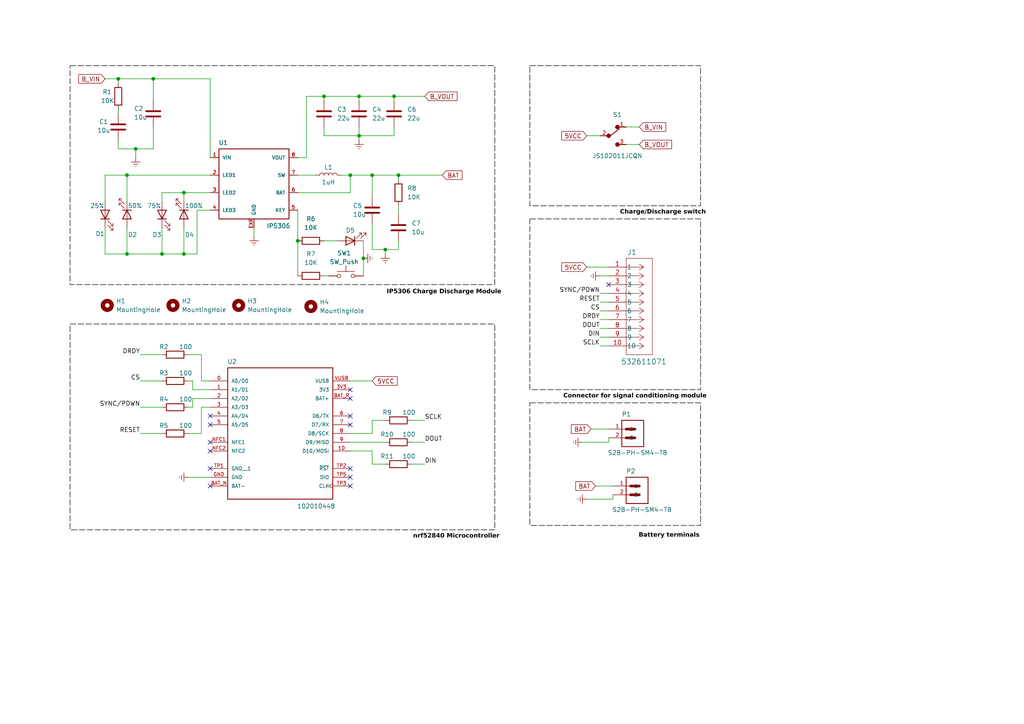
<source format=kicad_sch>
(kicad_sch (version 20231120) (generator "eeschema") (generator_version "8.0")
  (paper "A4")
  (lib_symbols
    (symbol "102010448:102010448" (pin_names (offset 1.016))
      (property "Reference" "U" (at -15.24 23.622 0))
      (property "Value" "102010448" (at 6.096 -17.78 0))
      (symbol "102010448_0_0"
        (rectangle (start -15.24 22.86) (end 15.24 -15.24) (stroke (width 0.254)))
        (pin bidirectional line (at -20.32 19.05 0) (length 5.08) (name "A0/D0") (number "0"))
        (pin bidirectional line (at -20.32 16.51 0) (length 5.08) (name "A1/D1") (number "1"))
        (pin bidirectional line (at 20.32 -1.27 180) (length 5.08) (name "D10/MOSI") (number "10"))
        (pin bidirectional line (at -20.32 13.97 0) (length 5.08) (name "A2/D2") (number "2"))
        (pin bidirectional line (at -20.32 11.43 0) (length 5.08) (name "A3/D3") (number "3"))
        (pin power_in line (at 20.32 16.51 180) (length 5.08) (name "3V3") (number "3V3"))
        (pin bidirectional line (at -20.32 8.89 0) (length 5.08) (name "A4/D4") (number "4"))
        (pin bidirectional line (at -20.32 6.35 0) (length 5.08) (name "A5/D5") (number "5"))
        (pin bidirectional line (at 20.32 8.89 180) (length 5.08) (name "D6/TX") (number "6"))
        (pin bidirectional line (at 20.32 6.35 180) (length 5.08) (name "D7/RX") (number "7"))
        (pin bidirectional line (at 20.32 3.81 180) (length 5.08) (name "D8/SCK") (number "8"))
        (pin bidirectional line (at 20.32 1.27 180) (length 5.08) (name "D9/MISO") (number "9"))
        (pin power_in line (at -20.32 -11.43 0) (length 5.08) (name "BAT-") (number "BAT_N"))
        (pin power_in line (at 20.32 13.97 180) (length 5.08) (name "BAT+") (number "BAT_P"))
        (pin power_in line (at -20.32 -8.89 0) (length 5.08) (name "GND") (number "GND"))
        (pin bidirectional line (at -20.32 1.27 0) (length 5.08) (name "NFC1") (number "NFC1"))
        (pin bidirectional line (at -20.32 -1.27 0) (length 5.08) (name "NFC2") (number "NFC2"))
        (pin power_in line (at -20.32 -6.35 0) (length 5.08) (name "GND__1") (number "TP1"))
        (pin input line (at 20.32 -6.35 180) (length 5.08) (name "~{RST}") (number "TP2"))
        (pin input clock (at 20.32 -11.43 180) (length 5.08) (name "CLK") (number "TP3"))
        (pin bidirectional line (at 20.32 -8.89 180) (length 5.08) (name "DIO") (number "TP5"))
        (pin power_in line (at 20.32 19.05 180) (length 5.08) (name "VUSB") (number "VUSB"))
      )
    )
    (symbol "CONN_532610001:532611071" (pin_names (offset 0.254))
      (property "Reference" "J" (at 8.89 6.35 0))
      (property "Value" "532611071" (at 0 0 0))
      (symbol "532611071_1_1"
        (polyline (pts (xy 5.08 -25.4) (xy 12.7 -25.4)) (stroke (width 0.127)))
        (polyline (pts (xy 5.08 2.54) (xy 5.08 -25.4)) (stroke (width 0.127)))
        (polyline (pts (xy 10.16 -22.86) (xy 5.08 -22.86)) (stroke (width 0.127)))
        (polyline (pts (xy 10.16 -22.86) (xy 8.89 -23.7067)) (stroke (width 0.127)))
        (polyline (pts (xy 10.16 -22.86) (xy 8.89 -22.0133)) (stroke (width 0.127)))
        (polyline (pts (xy 10.16 -20.32) (xy 5.08 -20.32)) (stroke (width 0.127)))
        (polyline (pts (xy 10.16 -20.32) (xy 8.89 -21.1667)) (stroke (width 0.127)))
        (polyline (pts (xy 10.16 -20.32) (xy 8.89 -19.4733)) (stroke (width 0.127)))
        (polyline (pts (xy 10.16 -17.78) (xy 5.08 -17.78)) (stroke (width 0.127)))
        (polyline (pts (xy 10.16 -17.78) (xy 8.89 -18.6267)) (stroke (width 0.127)))
        (polyline (pts (xy 10.16 -17.78) (xy 8.89 -16.9333)) (stroke (width 0.127)))
        (polyline (pts (xy 10.16 -15.24) (xy 5.08 -15.24)) (stroke (width 0.127)))
        (polyline (pts (xy 10.16 -15.24) (xy 8.89 -16.0867)) (stroke (width 0.127)))
        (polyline (pts (xy 10.16 -15.24) (xy 8.89 -14.3933)) (stroke (width 0.127)))
        (polyline (pts (xy 10.16 -12.7) (xy 5.08 -12.7)) (stroke (width 0.127)))
        (polyline (pts (xy 10.16 -12.7) (xy 8.89 -13.5467)) (stroke (width 0.127)))
        (polyline (pts (xy 10.16 -12.7) (xy 8.89 -11.8533)) (stroke (width 0.127)))
        (polyline (pts (xy 10.16 -10.16) (xy 5.08 -10.16)) (stroke (width 0.127)))
        (polyline (pts (xy 10.16 -10.16) (xy 8.89 -11.0067)) (stroke (width 0.127)))
        (polyline (pts (xy 10.16 -10.16) (xy 8.89 -9.3133)) (stroke (width 0.127)))
        (polyline (pts (xy 10.16 -7.62) (xy 5.08 -7.62)) (stroke (width 0.127)))
        (polyline (pts (xy 10.16 -7.62) (xy 8.89 -8.4667)) (stroke (width 0.127)))
        (polyline (pts (xy 10.16 -7.62) (xy 8.89 -6.7733)) (stroke (width 0.127)))
        (polyline (pts (xy 10.16 -5.08) (xy 5.08 -5.08)) (stroke (width 0.127)))
        (polyline (pts (xy 10.16 -5.08) (xy 8.89 -5.9267)) (stroke (width 0.127)))
        (polyline (pts (xy 10.16 -5.08) (xy 8.89 -4.2333)) (stroke (width 0.127)))
        (polyline (pts (xy 10.16 -2.54) (xy 5.08 -2.54)) (stroke (width 0.127)))
        (polyline (pts (xy 10.16 -2.54) (xy 8.89 -3.3867)) (stroke (width 0.127)))
        (polyline (pts (xy 10.16 -2.54) (xy 8.89 -1.6933)) (stroke (width 0.127)))
        (polyline (pts (xy 10.16 0) (xy 5.08 0)) (stroke (width 0.127)))
        (polyline (pts (xy 10.16 0) (xy 8.89 -0.8467)) (stroke (width 0.127)))
        (polyline (pts (xy 10.16 0) (xy 8.89 0.8467)) (stroke (width 0.127)))
        (polyline (pts (xy 12.7 -25.4) (xy 12.7 2.54)) (stroke (width 0.127)))
        (polyline (pts (xy 12.7 2.54) (xy 5.08 2.54)) (stroke (width 0.127)))
        (pin unspecified line (at 0 0 0) (length 5.08) (name "1") (number "1"))
        (pin unspecified line (at 0 -22.86 0) (length 5.08) (name "10") (number "10"))
        (pin unspecified line (at 0 -2.54 0) (length 5.08) (name "2") (number "2"))
        (pin unspecified line (at 0 -5.08 0) (length 5.08) (name "3") (number "3"))
        (pin unspecified line (at 0 -7.62 0) (length 5.08) (name "4") (number "4"))
        (pin unspecified line (at 0 -10.16 0) (length 5.08) (name "5") (number "5"))
        (pin unspecified line (at 0 -12.7 0) (length 5.08) (name "6") (number "6"))
        (pin unspecified line (at 0 -15.24 0) (length 5.08) (name "7") (number "7"))
        (pin unspecified line (at 0 -17.78 0) (length 5.08) (name "8") (number "8"))
        (pin unspecified line (at 0 -20.32 0) (length 5.08) (name "9") (number "9"))
      )
      (symbol "532611071_1_2"
        (polyline (pts (xy 5.08 -25.4) (xy 12.7 -25.4)) (stroke (width 0.127)))
        (polyline (pts (xy 5.08 2.54) (xy 5.08 -25.4)) (stroke (width 0.127)))
        (polyline (pts (xy 7.62 -22.86) (xy 5.08 -22.86)) (stroke (width 0.127)))
        (polyline (pts (xy 7.62 -22.86) (xy 8.89 -23.7067)) (stroke (width 0.127)))
        (polyline (pts (xy 7.62 -22.86) (xy 8.89 -22.0133)) (stroke (width 0.127)))
        (polyline (pts (xy 7.62 -20.32) (xy 5.08 -20.32)) (stroke (width 0.127)))
        (polyline (pts (xy 7.62 -20.32) (xy 8.89 -21.1667)) (stroke (width 0.127)))
        (polyline (pts (xy 7.62 -20.32) (xy 8.89 -19.4733)) (stroke (width 0.127)))
        (polyline (pts (xy 7.62 -17.78) (xy 5.08 -17.78)) (stroke (width 0.127)))
        (polyline (pts (xy 7.62 -17.78) (xy 8.89 -18.6267)) (stroke (width 0.127)))
        (polyline (pts (xy 7.62 -17.78) (xy 8.89 -16.9333)) (stroke (width 0.127)))
        (polyline (pts (xy 7.62 -15.24) (xy 5.08 -15.24)) (stroke (width 0.127)))
        (polyline (pts (xy 7.62 -15.24) (xy 8.89 -16.0867)) (stroke (width 0.127)))
        (polyline (pts (xy 7.62 -15.24) (xy 8.89 -14.3933)) (stroke (width 0.127)))
        (polyline (pts (xy 7.62 -12.7) (xy 5.08 -12.7)) (stroke (width 0.127)))
        (polyline (pts (xy 7.62 -12.7) (xy 8.89 -13.5467)) (stroke (width 0.127)))
        (polyline (pts (xy 7.62 -12.7) (xy 8.89 -11.8533)) (stroke (width 0.127)))
        (polyline (pts (xy 7.62 -10.16) (xy 5.08 -10.16)) (stroke (width 0.127)))
        (polyline (pts (xy 7.62 -10.16) (xy 8.89 -11.0067)) (stroke (width 0.127)))
        (polyline (pts (xy 7.62 -10.16) (xy 8.89 -9.3133)) (stroke (width 0.127)))
        (polyline (pts (xy 7.62 -7.62) (xy 5.08 -7.62)) (stroke (width 0.127)))
        (polyline (pts (xy 7.62 -7.62) (xy 8.89 -8.4667)) (stroke (width 0.127)))
        (polyline (pts (xy 7.62 -7.62) (xy 8.89 -6.7733)) (stroke (width 0.127)))
        (polyline (pts (xy 7.62 -5.08) (xy 5.08 -5.08)) (stroke (width 0.127)))
        (polyline (pts (xy 7.62 -5.08) (xy 8.89 -5.9267)) (stroke (width 0.127)))
        (polyline (pts (xy 7.62 -5.08) (xy 8.89 -4.2333)) (stroke (width 0.127)))
        (polyline (pts (xy 7.62 -2.54) (xy 5.08 -2.54)) (stroke (width 0.127)))
        (polyline (pts (xy 7.62 -2.54) (xy 8.89 -3.3867)) (stroke (width 0.127)))
        (polyline (pts (xy 7.62 -2.54) (xy 8.89 -1.6933)) (stroke (width 0.127)))
        (polyline (pts (xy 7.62 0) (xy 5.08 0)) (stroke (width 0.127)))
        (polyline (pts (xy 7.62 0) (xy 8.89 -0.8467)) (stroke (width 0.127)))
        (polyline (pts (xy 7.62 0) (xy 8.89 0.8467)) (stroke (width 0.127)))
        (polyline (pts (xy 12.7 -25.4) (xy 12.7 2.54)) (stroke (width 0.127)))
        (polyline (pts (xy 12.7 2.54) (xy 5.08 2.54)) (stroke (width 0.127)))
        (pin unspecified line (at 0 0 0) (length 5.08) (name "1") (number "1"))
        (pin unspecified line (at 0 -22.86 0) (length 5.08) (name "10") (number "10"))
        (pin unspecified line (at 0 -2.54 0) (length 5.08) (name "2") (number "2"))
        (pin unspecified line (at 0 -5.08 0) (length 5.08) (name "3") (number "3"))
        (pin unspecified line (at 0 -7.62 0) (length 5.08) (name "4") (number "4"))
        (pin unspecified line (at 0 -10.16 0) (length 5.08) (name "5") (number "5"))
        (pin unspecified line (at 0 -12.7 0) (length 5.08) (name "6") (number "6"))
        (pin unspecified line (at 0 -15.24 0) (length 5.08) (name "7") (number "7"))
        (pin unspecified line (at 0 -17.78 0) (length 5.08) (name "8") (number "8"))
        (pin unspecified line (at 0 -20.32 0) (length 5.08) (name "9") (number "9"))
      )
    )
    (symbol "Device:C" (pin_numbers hide) (pin_names (offset 0.254))
      (property "Reference" "C" (at 0.635 2.54 0))
      (property "Value" "C" (at 0.635 -2.54 0))
      (symbol "C_0_1"
        (polyline (pts (xy -2.032 -0.762) (xy 2.032 -0.762)) (stroke (width 0.508)))
        (polyline (pts (xy -2.032 0.762) (xy 2.032 0.762)) (stroke (width 0.508)))
      )
      (symbol "C_1_1"
        (pin passive line (at 0 3.81 270) (length 2.794) (name "~") (number "1"))
        (pin passive line (at 0 -3.81 90) (length 2.794) (name "~") (number "2"))
      )
    )
    (symbol "Device:L" (pin_numbers hide) (pin_names (offset 1.016) hide)
      (property "Reference" "L" (at -1.27 0 90))
      (property "Value" "L" (at 1.905 0 90))
      (symbol "L_0_1"
        (arc (start 0 -2.54) (mid 0.6323 -1.905) (end 0 -1.27))
        (arc (start 0 -1.27) (mid 0.6323 -0.635) (end 0 0))
        (arc (start 0 0) (mid 0.6323 0.635) (end 0 1.27))
        (arc (start 0 1.27) (mid 0.6323 1.905) (end 0 2.54))
      )
      (symbol "L_1_1"
        (pin passive line (at 0 3.81 270) (length 1.27) (name "1") (number "1"))
        (pin passive line (at 0 -3.81 90) (length 1.27) (name "2") (number "2"))
      )
    )
    (symbol "Device:LED" (pin_numbers hide) (pin_names (offset 1.016) hide)
      (property "Reference" "D" (at 0 2.54 0))
      (property "Value" "LED" (at 0 -2.54 0))
      (symbol "LED_0_1"
        (polyline (pts (xy -1.27 -1.27) (xy -1.27 1.27)) (stroke (width 0.254)))
        (polyline (pts (xy -1.27 0) (xy 1.27 0)))
        (polyline (pts (xy 1.27 -1.27) (xy 1.27 1.27) (xy -1.27 0) (xy 1.27 -1.27)) (stroke (width 0.254)))
        (polyline (pts (xy -3.048 -0.762) (xy -4.572 -2.286) (xy -3.81 -2.286) (xy -4.572 -2.286) (xy -4.572 -1.524)))
        (polyline (pts (xy -1.778 -0.762) (xy -3.302 -2.286) (xy -2.54 -2.286) (xy -3.302 -2.286) (xy -3.302 -1.524)))
      )
      (symbol "LED_1_1"
        (pin passive line (at -3.81 0 0) (length 2.54) (name "K") (number "1"))
        (pin passive line (at 3.81 0 180) (length 2.54) (name "A") (number "2"))
      )
    )
    (symbol "Device:R" (pin_numbers hide) (pin_names (offset 0))
      (property "Reference" "R" (at 2.032 0 90))
      (property "Value" "R" (at 0 0 90))
      (symbol "R_0_1"
        (rectangle (start -1.016 -2.54) (end 1.016 2.54) (stroke (width 0.254)))
      )
      (symbol "R_1_1"
        (pin passive line (at 0 3.81 270) (length 1.27) (name "~") (number "1"))
        (pin passive line (at 0 -3.81 90) (length 1.27) (name "~") (number "2"))
      )
    )
    (symbol "IP5306:IP5306" (pin_names (offset 1.016))
      (property "Reference" "U1" (at -9.398 11.43 0))
      (property "Value" "IP5306" (at 7.366 -11.938 0))
      (symbol "IP5306_0_0"
        (rectangle (start -10.16 10.16) (end 10.16 -10.16) (stroke (width 0.254)))
        (pin bidirectional line (at -12.7 7.62 0) (length 2.54) (name "VIN") (number "1"))
        (pin bidirectional line (at -12.7 2.54 0) (length 2.54) (name "LED1") (number "2"))
        (pin bidirectional line (at -12.7 -2.54 0) (length 2.54) (name "LED2") (number "3"))
        (pin bidirectional line (at -12.7 -7.62 0) (length 2.54) (name "LED3") (number "4"))
        (pin bidirectional line (at 12.7 -7.62 180) (length 2.54) (name "KEY") (number "5"))
        (pin bidirectional line (at 12.7 -2.54 180) (length 2.54) (name "BAT") (number "6"))
        (pin bidirectional line (at 12.7 2.54 180) (length 2.54) (name "SW") (number "7"))
        (pin bidirectional line (at 12.7 7.62 180) (length 2.54) (name "VOUT") (number "8"))
        (pin bidirectional line (at 0 -12.7 90) (length 2.54) (name "GND") (number "EXP"))
      )
    )
    (symbol "JST_S2B-PH-SM4-TB:S2B-PH-SM4-TB" (pin_names (offset 1.016))
      (property "Reference" "P" (at -1.2718 3.8155 0))
      (property "Value" "S2B-PH-SM4-TB" (at -1.271 -5.0839 0))
      (symbol "S2B-PH-SM4-TB_0_0"
        (rectangle (start -1.27 3.81) (end 5.08 -3.81) (stroke (width 0.254)))
        (polyline (pts (xy 0 -1.27) (xy 2.54 -1.27)) (stroke (width 0.762)))
        (polyline (pts (xy 0 1.27) (xy 2.54 1.27)) (stroke (width 0.762)))
        (pin passive line (at -5.08 1.27 0) (length 5.08) (name "1") (number "1"))
        (pin passive line (at -5.08 -1.27 0) (length 5.08) (name "2") (number "2"))
      )
    )
    (symbol "Mechanical:MountingHole" (pin_names (offset 1.016)) (exclude_from_sim yes) (in_bom no)
      (property "Reference" "H" (at 0 5.08 0))
      (property "Value" "MountingHole" (at 0 3.175 0))
      (symbol "MountingHole_0_1"
        (circle (center 0 0) (radius 1.27) (stroke (width 1.27)))
      )
    )
    (symbol "SW_JS102011JCQN:JS102011JCQN" (pin_names (offset 1.016))
      (property "Reference" "S" (at 0.0028 5.0871 0))
      (property "Value" "JS102011JCQN" (at 0.0013 -5.086 0))
      (symbol "JS102011JCQN_0_0"
        (circle (center -2.54 -0.254) (radius 0.254) (stroke (width 0.254)))
        (circle (center -2.54 0) (radius 0.254) (stroke (width 0.254)))
        (circle (center -2.54 0) (radius 0.3592) (stroke (width 0.254)))
        (circle (center -2.54 0) (radius 0.508) (stroke (width 0.254)))
        (circle (center -0.254 2.54) (radius 0.254) (stroke (width 0.254)))
        (circle (center 0 -2.794) (radius 0.254) (stroke (width 0.254)))
        (circle (center 0 -2.54) (radius 0.254) (stroke (width 0.254)))
        (circle (center 0 -2.54) (radius 0.508) (stroke (width 0.254)))
        (polyline (pts (xy -5.08 0) (xy -2.54 0)) (stroke (width 0.254)))
        (polyline (pts (xy -2.032 0) (xy 0.508 2.032)) (stroke (width 0.254)))
        (polyline (pts (xy 0 -2.54) (xy 2.54 -2.54)) (stroke (width 0.254)))
        (polyline (pts (xy 0 2.54) (xy 2.54 2.54)) (stroke (width 0.254)))
        (circle (center 0 2.54) (radius 0.254) (stroke (width 0.254)))
        (circle (center 0 2.54) (radius 0.3592) (stroke (width 0.254)))
        (circle (center 0 2.54) (radius 0.3592) (stroke (width 0.254)))
        (circle (center 0 2.54) (radius 0.508) (stroke (width 0.254)))
        (pin passive line (at 2.54 2.54 180) (length 2.54) (name "~") (number "1"))
        (pin passive line (at -5.08 0 0) (length 2.54) (name "~") (number "2"))
        (pin passive line (at 2.54 -2.54 180) (length 2.54) (name "~") (number "3"))
      )
    )
    (symbol "Switch:SW_Push" (pin_numbers hide) (pin_names (offset 1.016) hide)
      (property "Reference" "SW" (at 1.27 2.54 0))
      (property "Value" "SW_Push" (at 0 -1.524 0))
      (symbol "SW_Push_0_1"
        (circle (center -2.032 0) (radius 0.508))
        (polyline (pts (xy 0 1.27) (xy 0 3.048)))
        (polyline (pts (xy 2.54 1.27) (xy -2.54 1.27)))
        (circle (center 2.032 0) (radius 0.508))
        (pin passive line (at -5.08 0 0) (length 2.54) (name "1") (number "1"))
        (pin passive line (at 5.08 0 180) (length 2.54) (name "2") (number "2"))
      )
    )
    (symbol "power:Earth" (power) (pin_numbers hide) (pin_names (offset 0) hide)
      (property "Value" "Earth" (at 0 -3.81 0))
      (symbol "Earth_0_1"
        (polyline (pts (xy -0.635 -1.905) (xy 0.635 -1.905)))
        (polyline (pts (xy -0.127 -2.54) (xy 0.127 -2.54)))
        (polyline (pts (xy 0 -1.27) (xy 0 0)))
        (polyline (pts (xy 1.27 -1.27) (xy -1.27 -1.27)))
      )
      (symbol "Earth_1_1"
        (pin power_in line (at 0 0 270) (length 0) (name "~") (number "1"))
      )
    )
  )
  (junction (at 104.14 39.37))
  (junction (at 53.34 73.66))
  (junction (at 105.41 74.93))
  (junction (at 111.76 72.39))
  (junction (at 107.95 50.8))
  (junction (at 36.83 73.66))
  (junction (at 86.36 69.85))
  (junction (at 46.99 73.66))
  (junction (at 104.14 27.94))
  (junction (at 39.37 43.18))
  (junction (at 101.6 50.8))
  (junction (at 34.29 22.86))
  (junction (at 115.57 50.8))
  (junction (at 114.3 27.94))
  (junction (at 36.83 50.8))
  (junction (at 93.98 27.94))
  (junction (at 53.34 55.88))
  (junction (at 44.45 22.86))
  (no_connect (at 60.96 140.97))
  (no_connect (at 101.6 140.97))
  (no_connect (at 101.6 123.19))
  (no_connect (at 101.6 115.57))
  (no_connect (at 176.53 82.55))
  (no_connect (at 101.6 113.03))
  (no_connect (at 101.6 138.43))
  (no_connect (at 101.6 120.65))
  (no_connect (at 101.6 135.89))
  (no_connect (at 60.96 128.27))
  (no_connect (at 60.96 130.81))
  (no_connect (at 60.96 123.19))
  (no_connect (at 60.96 135.89))
  (no_connect (at 60.96 120.65))
  (wire (pts (xy 30.48 73.66) (xy 36.83 73.66)))
  (wire (pts (xy 36.83 66.04) (xy 36.83 73.66)))
  (wire (pts (xy 86.36 80.01) (xy 86.36 69.85)))
  (wire (pts (xy 93.98 39.37) (xy 104.14 39.37)))
  (wire (pts (xy 34.29 24.13) (xy 34.29 22.86)))
  (wire (pts (xy 55.88 118.11) (xy 55.88 115.57)))
  (wire (pts (xy 44.45 22.86) (xy 60.96 22.86)))
  (wire (pts (xy 173.99 85.09) (xy 176.53 85.09)))
  (wire (pts (xy 111.76 72.39) (xy 111.76 73.66)))
  (wire (pts (xy 115.57 50.8) (xy 128.27 50.8)))
  (wire (pts (xy 46.99 55.88) (xy 46.99 58.42)))
  (wire (pts (xy 58.42 110.49) (xy 60.96 110.49)))
  (wire (pts (xy 30.48 66.04) (xy 30.48 73.66)))
  (wire (pts (xy 177.8 144.78) (xy 177.8 143.51)))
  (wire (pts (xy 58.42 102.87) (xy 58.42 110.49)))
  (wire (pts (xy 36.83 50.8) (xy 30.48 50.8)))
  (wire (pts (xy 115.57 50.8) (xy 115.57 52.07)))
  (wire (pts (xy 55.88 110.49) (xy 55.88 113.03)))
  (wire (pts (xy 168.91 128.27) (xy 176.53 128.27)))
  (wire (pts (xy 54.61 125.73) (xy 58.42 125.73)))
  (wire (pts (xy 30.48 50.8) (xy 30.48 58.42)))
  (wire (pts (xy 53.34 73.66) (xy 57.15 73.66)))
  (wire (pts (xy 170.18 39.37) (xy 173.99 39.37)))
  (wire (pts (xy 105.41 69.85) (xy 105.41 74.93)))
  (wire (pts (xy 57.15 60.96) (xy 57.15 73.66)))
  (wire (pts (xy 185.42 36.83) (xy 181.61 36.83)))
  (wire (pts (xy 54.61 138.43) (xy 60.96 138.43)))
  (wire (pts (xy 176.53 128.27) (xy 176.53 127)))
  (wire (pts (xy 40.64 110.49) (xy 46.99 110.49)))
  (wire (pts (xy 114.3 36.83) (xy 114.3 39.37)))
  (wire (pts (xy 58.42 118.11) (xy 60.96 118.11)))
  (wire (pts (xy 107.95 121.92) (xy 107.95 125.73)))
  (wire (pts (xy 86.36 55.88) (xy 101.6 55.88)))
  (wire (pts (xy 114.3 27.94) (xy 104.14 27.94)))
  (wire (pts (xy 54.61 102.87) (xy 58.42 102.87)))
  (wire (pts (xy 173.99 92.71) (xy 176.53 92.71)))
  (wire (pts (xy 93.98 29.21) (xy 93.98 27.94)))
  (wire (pts (xy 53.34 66.04) (xy 53.34 73.66)))
  (wire (pts (xy 44.45 36.83) (xy 44.45 43.18)))
  (wire (pts (xy 39.37 45.72) (xy 39.37 43.18)))
  (wire (pts (xy 111.76 134.62) (xy 107.95 134.62)))
  (wire (pts (xy 40.64 118.11) (xy 46.99 118.11)))
  (wire (pts (xy 93.98 69.85) (xy 97.79 69.85)))
  (wire (pts (xy 104.14 40.64) (xy 104.14 39.37)))
  (wire (pts (xy 105.41 74.93) (xy 105.41 80.01)))
  (wire (pts (xy 173.99 80.01) (xy 176.53 80.01)))
  (wire (pts (xy 93.98 27.94) (xy 88.9 27.94)))
  (wire (pts (xy 34.29 40.64) (xy 34.29 43.18)))
  (wire (pts (xy 170.18 77.47) (xy 176.53 77.47)))
  (wire (pts (xy 107.95 110.49) (xy 101.6 110.49)))
  (wire (pts (xy 88.9 45.72) (xy 86.36 45.72)))
  (wire (pts (xy 107.95 57.15) (xy 107.95 50.8)))
  (wire (pts (xy 173.99 87.63) (xy 176.53 87.63)))
  (wire (pts (xy 34.29 43.18) (xy 39.37 43.18)))
  (wire (pts (xy 101.6 130.81) (xy 107.95 130.81)))
  (wire (pts (xy 46.99 66.04) (xy 46.99 73.66)))
  (wire (pts (xy 123.19 128.27) (xy 119.38 128.27)))
  (wire (pts (xy 34.29 22.86) (xy 44.45 22.86)))
  (wire (pts (xy 36.83 73.66) (xy 46.99 73.66)))
  (wire (pts (xy 115.57 69.85) (xy 115.57 72.39)))
  (wire (pts (xy 73.66 68.58) (xy 73.66 66.04)))
  (wire (pts (xy 107.95 134.62) (xy 107.95 130.81)))
  (wire (pts (xy 101.6 125.73) (xy 107.95 125.73)))
  (wire (pts (xy 53.34 58.42) (xy 53.34 55.88)))
  (wire (pts (xy 30.48 22.86) (xy 34.29 22.86)))
  (wire (pts (xy 60.96 60.96) (xy 57.15 60.96)))
  (wire (pts (xy 114.3 29.21) (xy 114.3 27.94)))
  (wire (pts (xy 46.99 73.66) (xy 53.34 73.66)))
  (wire (pts (xy 104.14 27.94) (xy 93.98 27.94)))
  (wire (pts (xy 104.14 39.37) (xy 104.14 36.83)))
  (wire (pts (xy 170.18 144.78) (xy 177.8 144.78)))
  (wire (pts (xy 86.36 50.8) (xy 91.44 50.8)))
  (wire (pts (xy 101.6 128.27) (xy 111.76 128.27)))
  (wire (pts (xy 171.45 124.46) (xy 176.53 124.46)))
  (wire (pts (xy 54.61 110.49) (xy 55.88 110.49)))
  (wire (pts (xy 107.95 64.77) (xy 107.95 72.39)))
  (wire (pts (xy 115.57 72.39) (xy 111.76 72.39)))
  (wire (pts (xy 115.57 62.23) (xy 115.57 59.69)))
  (wire (pts (xy 46.99 55.88) (xy 53.34 55.88)))
  (wire (pts (xy 36.83 50.8) (xy 36.83 58.42)))
  (wire (pts (xy 107.95 72.39) (xy 111.76 72.39)))
  (wire (pts (xy 55.88 113.03) (xy 60.96 113.03)))
  (wire (pts (xy 53.34 55.88) (xy 60.96 55.88)))
  (wire (pts (xy 60.96 50.8) (xy 36.83 50.8)))
  (wire (pts (xy 114.3 39.37) (xy 104.14 39.37)))
  (wire (pts (xy 173.99 95.25) (xy 176.53 95.25)))
  (wire (pts (xy 173.99 100.33) (xy 176.53 100.33)))
  (wire (pts (xy 99.06 50.8) (xy 101.6 50.8)))
  (wire (pts (xy 173.99 97.79) (xy 176.53 97.79)))
  (wire (pts (xy 123.19 27.94) (xy 114.3 27.94)))
  (wire (pts (xy 34.29 31.75) (xy 34.29 33.02)))
  (wire (pts (xy 111.76 121.92) (xy 107.95 121.92)))
  (wire (pts (xy 93.98 36.83) (xy 93.98 39.37)))
  (wire (pts (xy 123.19 121.92) (xy 119.38 121.92)))
  (wire (pts (xy 54.61 118.11) (xy 55.88 118.11)))
  (wire (pts (xy 173.99 90.17) (xy 176.53 90.17)))
  (wire (pts (xy 44.45 43.18) (xy 39.37 43.18)))
  (wire (pts (xy 93.98 80.01) (xy 95.25 80.01)))
  (wire (pts (xy 40.64 102.87) (xy 46.99 102.87)))
  (wire (pts (xy 55.88 115.57) (xy 60.96 115.57)))
  (wire (pts (xy 58.42 125.73) (xy 58.42 118.11)))
  (wire (pts (xy 172.72 140.97) (xy 177.8 140.97)))
  (wire (pts (xy 101.6 55.88) (xy 101.6 50.8)))
  (wire (pts (xy 44.45 22.86) (xy 44.45 29.21)))
  (wire (pts (xy 60.96 22.86) (xy 60.96 45.72)))
  (wire (pts (xy 123.19 134.62) (xy 119.38 134.62)))
  (wire (pts (xy 88.9 27.94) (xy 88.9 45.72)))
  (wire (pts (xy 40.64 125.73) (xy 46.99 125.73)))
  (wire (pts (xy 185.42 41.91) (xy 181.61 41.91)))
  (wire (pts (xy 104.14 29.21) (xy 104.14 27.94)))
  (wire (pts (xy 107.95 50.8) (xy 115.57 50.8)))
  (wire (pts (xy 101.6 50.8) (xy 107.95 50.8)))
  (wire (pts (xy 86.36 60.96) (xy 86.36 69.85)))
  (rectangle (start 153.67 116.84) (end 203.2 152.4) (stroke (width 0) (type dash) (color 0 0 0 1)))
  (rectangle (start 153.67 63.5) (end 203.2 113.03) (stroke (width 0) (type dash) (color 0 0 0 1)))
  (rectangle (start 153.67 19.05) (end 203.2 59.69) (stroke (width 0) (type dash) (color 0 0 0 1)))
  (rectangle (start 20.32 93.98) (end 143.51 153.67) (stroke (width 0) (type dash) (color 0 0 0 1)))
  (rectangle (start 20.32 19.05) (end 143.51 82.55) (stroke (width 0) (type dash) (color 0 0 0 1)))
  (text "nrf52840 Microcontroller" (at 132.334 155.956 0) (effects (font (size 1.27 1.27) (thickness 0.254) (bold yes))))
  (text "Connector for signal conditioning module\n" (at 184.15 115.316 0) (effects (font (size 1.27 1.27) (thickness 0.254) (bold yes))))
  (text "Battery terminals\n" (at 194.056 155.702 0) (effects (font (size 1.27 1.27) (thickness 0.254) (bold yes))))
  (text "IP5306 Charge Discharge Module\n" (at 128.778 85.09 0) (effects (font (size 1.27 1.27) (thickness 0.254) (bold yes))))
  (text "Charge/Discharge switch\n" (at 192.278 61.976 0) (effects (font (size 1.27 1.27) (thickness 0.254) (bold yes))))
  (label "DOUT" (at 123.19 128.27 0))
  (label "CS" (at 173.99 90.17 180))
  (label "SYNC{slash}PDWN" (at 40.64 118.11 180))
  (label "DIN" (at 173.99 97.79 180))
  (label "CS" (at 40.64 110.49 180))
  (label "SYNC{slash}PDWN" (at 173.99 85.09 180))
  (label "RESET" (at 40.64 125.73 180))
  (label "DRDY" (at 40.64 102.87 180))
  (label "DIN" (at 123.19 134.62 0))
  (label "DOUT" (at 173.99 95.25 180))
  (label "RESET" (at 173.99 87.63 180))
  (label "SCLK" (at 173.99 100.33 180))
  (label "SCLK" (at 123.19 121.92 0))
  (label "DRDY" (at 173.99 92.71 180))
  (global_label "BAT" (shape input) (at 171.45 124.46 180) (property "Intersheetrefs" "${INTERSHEET_REFS}" (effects (hide yes))))
  (global_label "B_VIN" (shape input) (at 185.42 36.83 0) (property "Intersheetrefs" "${INTERSHEET_REFS}" (effects (hide yes))))
  (global_label "5VCC" (shape input) (at 107.95 110.49 0) (property "Intersheetrefs" "${INTERSHEET_REFS}" (effects (hide yes))))
  (global_label "BAT" (shape input) (at 172.72 140.97 180) (property "Intersheetrefs" "${INTERSHEET_REFS}" (effects (hide yes))))
  (global_label "5VCC" (shape input) (at 170.18 77.47 180) (property "Intersheetrefs" "${INTERSHEET_REFS}" (effects (hide yes))))
  (global_label "5VCC" (shape input) (at 170.18 39.37 180) (property "Intersheetrefs" "${INTERSHEET_REFS}" (effects (hide yes))))
  (global_label "B_VOUT" (shape input) (at 185.42 41.91 0) (property "Intersheetrefs" "${INTERSHEET_REFS}" (effects (hide yes))))
  (global_label "B_VOUT" (shape input) (at 123.19 27.94 0) (property "Intersheetrefs" "${INTERSHEET_REFS}" (effects (hide yes))))
  (global_label "BAT" (shape input) (at 128.27 50.8 0) (property "Intersheetrefs" "${INTERSHEET_REFS}" (effects (hide yes))))
  (global_label "B_VIN" (shape input) (at 30.48 22.86 180) (property "Intersheetrefs" "${INTERSHEET_REFS}" (effects (hide yes))))
  (symbol (lib_id "power:Earth") (at 104.14 40.64 0) (unit 1)
    (property "Reference" "#PWR04" (effects (hide yes)))
    (property "Value" "Earth" (effects (hide yes)))
    (property "Description" "Power symbol creates a global label with name \"Earth\"" (effects (hide yes)))
  )
  (symbol (lib_id "Device:L") (at 95.25 50.8 90) (unit 1)
    (property "Reference" "L1" (at 95.25 48.514 90))
    (property "Value" "1uH" (at 95.25 52.832 90))
    (property "Footprint" "Inductor_SMD:L_0201_0603Metric" (effects (hide yes)))
    (property "Description" "Inductor" (effects (hide yes)))
  )
  (symbol (lib_id "Device:C") (at 104.14 33.02 0) (unit 1)
    (property "Reference" "C4" (at 107.95 31.7499 0) (effects (justify left)))
    (property "Value" "22u" (at 107.95 34.2899 0) (effects (justify left)))
    (property "Footprint" "Capacitor_SMD:C_0201_0603Metric" (effects (hide yes)))
    (property "Description" "Unpolarized capacitor" (effects (hide yes)))
  )
  (symbol (lib_id "Device:LED") (at 46.99 62.23 90) (unit 1)
    (property "Reference" "D3" (at 44.196 68.072 90) (effects (justify right)))
    (property "Value" "75%" (at 42.672 59.69 90) (effects (justify right)))
    (property "Footprint" "LED_SMD:LED_0201_0603Metric" (effects (hide yes)))
    (property "Description" "Light emitting diode" (effects (hide yes)))
  )
  (symbol (lib_id "Device:C") (at 93.98 33.02 0) (unit 1)
    (property "Reference" "C3" (at 97.79 31.7499 0) (effects (justify left)))
    (property "Value" "22u" (at 97.79 34.2899 0) (effects (justify left)))
    (property "Footprint" "Capacitor_SMD:C_0201_0603Metric" (effects (hide yes)))
    (property "Description" "Unpolarized capacitor" (effects (hide yes)))
  )
  (symbol (lib_id "power:Earth") (at 173.99 80.01 270) (unit 1)
    (property "Reference" "#PWR07" (effects (hide yes)))
    (property "Value" "Earth" (effects (hide yes)))
    (property "Description" "Power symbol creates a global label with name \"Earth\"" (effects (hide yes)))
  )
  (symbol (lib_id "Device:R") (at 50.8 125.73 90) (unit 1)
    (property "Reference" "R5" (at 47.498 123.444 90))
    (property "Value" "100" (at 53.848 123.444 90))
    (property "Footprint" "Resistor_SMD:R_0201_0603Metric" (effects (hide yes)))
    (property "Description" "Resistor" (effects (hide yes)))
  )
  (symbol (lib_id "Device:LED") (at 36.83 62.23 270) (unit 1)
    (property "Reference" "D2" (at 37.084 68.072 90) (effects (justify left)))
    (property "Value" "50%" (at 37.084 59.69 90) (effects (justify left)))
    (property "Footprint" "LED_SMD:LED_0201_0603Metric" (effects (hide yes)))
    (property "Description" "Light emitting diode" (effects (hide yes)))
  )
  (symbol (lib_id "power:Earth") (at 39.37 45.72 0) (unit 1)
    (property "Reference" "#PWR01" (effects (hide yes)))
    (property "Value" "Earth" (effects (hide yes)))
    (property "Description" "Power symbol creates a global label with name \"Earth\"" (effects (hide yes)))
  )
  (symbol (lib_id "Device:R") (at 115.57 128.27 90) (unit 1)
    (property "Reference" "R10" (at 112.268 125.984 90))
    (property "Value" "100" (at 118.618 125.984 90))
    (property "Footprint" "Resistor_SMD:R_0201_0603Metric" (effects (hide yes)))
    (property "Description" "Resistor" (effects (hide yes)))
  )
  (symbol (lib_id "SW_JS102011JCQN:JS102011JCQN") (at 179.07 39.37 0) (unit 1)
    (property "Reference" "S1" (at 179.07 33.274 0))
    (property "Value" "JS102011JCQN" (at 179.07 45.212 0))
    (property "Footprint" "daFootprintsB1:SW_JS102011JCQN" (effects (hide yes)))
    (property "PARTREV" "29 JUN 2016" (effects (hide yes)))
    (property "STANDARD" "MANUFACTURER RECOMMENDATIONS" (effects (hide yes)))
    (property "MANUFACTURER" "CK COMPONENTS" (effects (hide yes)))
  )
  (symbol (lib_id "Device:LED") (at 30.48 62.23 90) (unit 1)
    (property "Reference" "D1" (at 27.686 67.818 90) (effects (justify right)))
    (property "Value" "25%" (at 26.162 59.69 90) (effects (justify right)))
    (property "Footprint" "LED_SMD:LED_0201_0603Metric" (effects (hide yes)))
    (property "Description" "Light emitting diode" (effects (hide yes)))
  )
  (symbol (lib_id "power:Earth") (at 111.76 73.66 0) (unit 1)
    (property "Reference" "#PWR06" (effects (hide yes)))
    (property "Value" "Earth" (effects (hide yes)))
    (property "Description" "Power symbol creates a global label with name \"Earth\"" (effects (hide yes)))
  )
  (symbol (lib_id "JST_S2B-PH-SM4-TB:S2B-PH-SM4-TB") (at 182.88 142.24 0) (unit 1)
    (property "Reference" "P2" (at 181.61 136.652 0) (effects (justify left)))
    (property "Value" "S2B-PH-SM4-TB" (at 177.546 147.828 0) (effects (justify left)))
    (property "Footprint" "daFootprintsBX:JST_S2B-PH-SM4-TB" (effects (hide yes)))
    (property "MF" "JST Sales" (effects (hide yes)))
    (property "Description_1" "\n                        \n                            Connector Header Surface Mount, Right Angle 2 position 0.079 (2.00mm)\n                        \n" (effects (hide yes)))
    (property "Package" "None" (effects (hide yes)))
    (property "Price" "None" (effects (hide yes)))
    (property "Check_prices" "https://www.snapeda.com/parts/S2B-PH-SM4-TB/JST/view-part/?ref=eda" (effects (hide yes)))
    (property "SnapEDA_Link" "https://www.snapeda.com/parts/S2B-PH-SM4-TB/JST/view-part/?ref=snap" (effects (hide yes)))
    (property "MP" "S2B-PH-SM4-TB" (effects (hide yes)))
    (property "Availability" "In Stock" (effects (hide yes)))
    (property "MANUFACTURER" "JST" (effects (hide yes)))
  )
  (symbol (lib_id "Device:R") (at 115.57 55.88 0) (unit 1)
    (property "Reference" "R8" (at 118.11 54.6099 0) (effects (justify left)))
    (property "Value" "10K" (at 118.11 57.1499 0) (effects (justify left)))
    (property "Footprint" "Resistor_SMD:R_0201_0603Metric" (effects (hide yes)))
    (property "Description" "Resistor" (effects (hide yes)))
  )
  (symbol (lib_id "Device:R") (at 50.8 118.11 90) (unit 1)
    (property "Reference" "R4" (at 47.498 115.824 90))
    (property "Value" "100" (at 53.848 115.824 90))
    (property "Footprint" "Resistor_SMD:R_0201_0603Metric" (effects (hide yes)))
    (property "Description" "Resistor" (effects (hide yes)))
  )
  (symbol (lib_id "Device:C") (at 114.3 33.02 0) (unit 1)
    (property "Reference" "C6" (at 118.11 31.7499 0) (effects (justify left)))
    (property "Value" "22u" (at 118.11 34.2899 0) (effects (justify left)))
    (property "Footprint" "Capacitor_SMD:C_0201_0603Metric" (effects (hide yes)))
    (property "Description" "Unpolarized capacitor" (effects (hide yes)))
  )
  (symbol (lib_id "Device:LED") (at 101.6 69.85 180) (unit 1)
    (property "Reference" "D5" (at 101.6 66.802 0))
    (property "Value" "LED" (effects (hide yes)))
    (property "Footprint" "LED_SMD:LED_0201_0603Metric" (effects (hide yes)))
    (property "Description" "Light emitting diode" (effects (hide yes)))
  )
  (symbol (lib_id "power:Earth") (at 54.61 138.43 270) (unit 1)
    (property "Reference" "#PWR02" (effects (hide yes)))
    (property "Value" "Earth" (effects (hide yes)))
    (property "Description" "Power symbol creates a global label with name \"Earth\"" (effects (hide yes)))
  )
  (symbol (lib_id "Device:R") (at 90.17 69.85 90) (unit 1)
    (property "Reference" "R6" (at 90.17 63.5 90))
    (property "Value" "10K" (at 90.17 66.04 90))
    (property "Footprint" "Resistor_SMD:R_0201_0603Metric" (effects (hide yes)))
    (property "Description" "Resistor" (effects (hide yes)))
  )
  (symbol (lib_id "Device:C") (at 107.95 60.96 0) (unit 1)
    (property "Reference" "C5" (at 102.362 59.69 0) (effects (justify left)))
    (property "Value" "10u" (at 102.362 62.23 0) (effects (justify left)))
    (property "Footprint" "Capacitor_SMD:C_0201_0603Metric" (effects (hide yes)))
    (property "Description" "Unpolarized capacitor" (effects (hide yes)))
  )
  (symbol (lib_id "Device:R") (at 90.17 80.01 90) (unit 1)
    (property "Reference" "R7" (at 90.17 73.66 90))
    (property "Value" "10K" (at 90.17 76.2 90))
    (property "Footprint" "Resistor_SMD:R_0201_0603Metric" (effects (hide yes)))
    (property "Description" "Resistor" (effects (hide yes)))
  )
  (symbol (lib_id "Device:R") (at 50.8 110.49 90) (unit 1)
    (property "Reference" "R3" (at 47.498 108.204 90))
    (property "Value" "100" (at 53.848 108.204 90))
    (property "Footprint" "Resistor_SMD:R_0201_0603Metric" (effects (hide yes)))
    (property "Description" "Resistor" (effects (hide yes)))
  )
  (symbol (lib_id "power:Earth") (at 105.41 74.93 90) (unit 1)
    (property "Reference" "#PWR05" (effects (hide yes)))
    (property "Value" "Earth" (effects (hide yes)))
    (property "Description" "Power symbol creates a global label with name \"Earth\"" (effects (hide yes)))
  )
  (symbol (lib_id "IP5306:IP5306") (at 73.66 53.34 0) (unit 1)
    (property "Reference" "U1" (at 64.77 41.402 0))
    (property "Value" "IP5306" (at 80.772 65.532 0))
    (property "Footprint" "daFootprints:IP5306" (effects (hide yes)))
    (property "MF" "Injoinic" (effects (hide yes)))
    (property "Description_1" "\n                        \n                            Fully-Integrated Power Bank System-On-Chip with 2.1A charger, 2.4A discharger\n                        \n" (effects (hide yes)))
    (property "Package" "None" (effects (hide yes)))
    (property "Price" "None" (effects (hide yes)))
    (property "SnapEDA_Link" "https://www.snapeda.com/parts/IP5306/Injoinic/view-part/?ref=snap" (effects (hide yes)))
    (property "MP" "IP5306" (effects (hide yes)))
    (property "Availability" "In Stock" (effects (hide yes)))
    (property "Check_prices" "https://www.snapeda.com/parts/IP5306/Injoinic/view-part/?ref=eda" (effects (hide yes)))
  )
  (symbol (lib_id "Device:R") (at 115.57 134.62 90) (unit 1)
    (property "Reference" "R11" (at 112.268 132.334 90))
    (property "Value" "100" (at 118.618 132.334 90))
    (property "Footprint" "Resistor_SMD:R_0201_0603Metric" (effects (hide yes)))
    (property "Description" "Resistor" (effects (hide yes)))
  )
  (symbol (lib_id "Mechanical:MountingHole") (at 50.1677 88.5774 0) (unit 1) (exclude_from_sim yes) (in_bom no)
    (property "Reference" "H2" (at 52.7077 87.3073 0) (effects (justify left)))
    (property "Value" "MountingHole" (at 52.7077 89.8473 0) (effects (justify left)))
    (property "Footprint" "MountingHole:MountingHole_3.2mm_M3_ISO14580_Pad_TopBottom" (effects (hide yes)))
    (property "Description" "Mounting Hole without connection" (effects (hide yes)))
  )
  (symbol (lib_id "power:Earth") (at 170.18 144.78 270) (unit 1)
    (property "Reference" "#PWR09" (effects (hide yes)))
    (property "Value" "Earth" (effects (hide yes)))
    (property "Description" "Power symbol creates a global label with name \"Earth\"" (effects (hide yes)))
  )
  (symbol (lib_id "Device:R") (at 34.29 27.94 0) (unit 1)
    (property "Reference" "R1" (at 29.718 26.67 0) (effects (justify left)))
    (property "Value" "10K" (at 29.21 29.21 0) (effects (justify left)))
    (property "Footprint" "Resistor_SMD:R_0201_0603Metric" (effects (hide yes)))
    (property "Description" "Resistor" (effects (hide yes)))
  )
  (symbol (lib_id "102010448:102010448") (at 81.28 129.54 0) (unit 1)
    (property "Reference" "U2" (at 67.31 104.902 0))
    (property "Value" "102010448" (at 91.694 146.812 0))
    (property "Footprint" "daFootprints:102010448" (effects (hide yes)))
    (property "MF" "Seeed Technology Co., Ltd" (effects (hide yes)))
    (property "Description_1" "\n                        \n                            nRF52840 - Transceiver; Bluetooth® 5.x (BLE) Evaluation Board\n                        \n" (effects (hide yes)))
    (property "Package" "None" (effects (hide yes)))
    (property "Price" "None" (effects (hide yes)))
    (property "Check_prices" "https://www.snapeda.com/parts/102010448/Seeed+Studio/view-part/?ref=eda" (effects (hide yes)))
    (property "STANDARD" "Manufacturer Recommendations" (effects (hide yes)))
    (property "PARTREV" "2022/08/18" (effects (hide yes)))
    (property "SnapEDA_Link" "https://www.snapeda.com/parts/102010448/Seeed+Studio/view-part/?ref=snap" (effects (hide yes)))
    (property "MP" "102010448" (effects (hide yes)))
    (property "Availability" "In Stock" (effects (hide yes)))
    (property "MANUFACTURER" "Seeed Technology Co., Ltd" (effects (hide yes)))
  )
  (symbol (lib_id "Device:R") (at 50.8 102.87 90) (unit 1)
    (property "Reference" "R2" (at 47.498 100.584 90))
    (property "Value" "100" (at 53.848 100.584 90))
    (property "Footprint" "Resistor_SMD:R_0201_0603Metric" (effects (hide yes)))
    (property "Description" "Resistor" (effects (hide yes)))
  )
  (symbol (lib_id "Mechanical:MountingHole") (at 31.1177 88.5774 0) (unit 1) (exclude_from_sim yes) (in_bom no)
    (property "Reference" "H1" (at 33.6577 87.3073 0) (effects (justify left)))
    (property "Value" "MountingHole" (at 33.6577 89.8473 0) (effects (justify left)))
    (property "Footprint" "MountingHole:MountingHole_3.2mm_M3_ISO14580_Pad_TopBottom" (effects (hide yes)))
    (property "Description" "Mounting Hole without connection" (effects (hide yes)))
  )
  (symbol (lib_id "Device:C") (at 34.29 36.83 0) (unit 1)
    (property "Reference" "C1" (at 28.702 35.306 0) (effects (justify left)))
    (property "Value" "10u" (at 28.194 37.846 0) (effects (justify left)))
    (property "Footprint" "Capacitor_SMD:C_0201_0603Metric" (effects (hide yes)))
    (property "Description" "Unpolarized capacitor" (effects (hide yes)))
  )
  (symbol (lib_id "power:Earth") (at 168.91 128.27 270) (unit 1)
    (property "Reference" "#PWR08" (effects (hide yes)))
    (property "Value" "Earth" (effects (hide yes)))
    (property "Description" "Power symbol creates a global label with name \"Earth\"" (effects (hide yes)))
  )
  (symbol (lib_id "JST_S2B-PH-SM4-TB:S2B-PH-SM4-TB") (at 181.61 125.73 0) (unit 1)
    (property "Reference" "P1" (at 180.34 120.142 0) (effects (justify left)))
    (property "Value" "S2B-PH-SM4-TB" (at 176.276 131.318 0) (effects (justify left)))
    (property "Footprint" "daFootprintsBX:JST_S2B-PH-SM4-TB" (effects (hide yes)))
    (property "MF" "JST Sales" (effects (hide yes)))
    (property "Description_1" "\n                        \n                            Connector Header Surface Mount, Right Angle 2 position 0.079 (2.00mm)\n                        \n" (effects (hide yes)))
    (property "Package" "None" (effects (hide yes)))
    (property "Price" "None" (effects (hide yes)))
    (property "Check_prices" "https://www.snapeda.com/parts/S2B-PH-SM4-TB/JST/view-part/?ref=eda" (effects (hide yes)))
    (property "SnapEDA_Link" "https://www.snapeda.com/parts/S2B-PH-SM4-TB/JST/view-part/?ref=snap" (effects (hide yes)))
    (property "MP" "S2B-PH-SM4-TB" (effects (hide yes)))
    (property "Availability" "In Stock" (effects (hide yes)))
    (property "MANUFACTURER" "JST" (effects (hide yes)))
  )
  (symbol (lib_id "Device:C") (at 44.45 33.02 0) (unit 1)
    (property "Reference" "C2" (at 38.862 31.496 0) (effects (justify left)))
    (property "Value" "10u" (at 38.862 34.036 0) (effects (justify left)))
    (property "Footprint" "Capacitor_SMD:C_0201_0603Metric" (effects (hide yes)))
    (property "Description" "Unpolarized capacitor" (effects (hide yes)))
  )
  (symbol (lib_id "CONN_532610001:532611071") (at 176.53 77.47 0) (unit 1)
    (property "Reference" "J1" (at 181.864 73.152 0) (effects (font (size 1.524 1.524)) (justify left)))
    (property "Value" "532611071" (at 180.086 104.902 0) (effects (font (size 1.524 1.524)) (justify left)))
    (property "Footprint" "daFootprints:CONN_532610001" (effects (hide yes)))
    (property "Datasheet" "532611071" (effects (hide yes)))
  )
  (symbol (lib_id "Switch:SW_Push") (at 100.33 80.01 0) (unit 1)
    (property "Reference" "SW1" (at 99.822 73.406 0))
    (property "Value" "SW_Push" (at 99.822 75.946 0))
    (property "Footprint" "Button_Switch_SMD:Panasonic_EVQPUJ_EVQPUA" (effects (hide yes)))
    (property "Description" "Push button switch, generic, two pins" (effects (hide yes)))
  )
  (symbol (lib_id "Device:C") (at 115.57 66.04 0) (unit 1)
    (property "Reference" "C7" (at 119.38 64.7699 0) (effects (justify left)))
    (property "Value" "10u" (at 119.38 67.3099 0) (effects (justify left)))
    (property "Footprint" "Capacitor_SMD:C_0201_0603Metric" (effects (hide yes)))
    (property "Description" "Unpolarized capacitor" (effects (hide yes)))
  )
  (symbol (lib_id "Mechanical:MountingHole") (at 69.2177 88.5774 0) (unit 1) (exclude_from_sim yes) (in_bom no)
    (property "Reference" "H3" (at 71.7577 87.3073 0) (effects (justify left)))
    (property "Value" "MountingHole" (at 71.7577 89.8473 0) (effects (justify left)))
    (property "Footprint" "MountingHole:MountingHole_3.2mm_M3_ISO14580_Pad_TopBottom" (effects (hide yes)))
    (property "Description" "Mounting Hole without connection" (effects (hide yes)))
  )
  (symbol (lib_id "Device:LED") (at 53.34 62.23 270) (unit 1)
    (property "Reference" "D4" (at 53.594 68.072 90) (effects (justify left)))
    (property "Value" "100%" (at 53.594 59.69 90) (effects (justify left)))
    (property "Footprint" "LED_SMD:LED_0201_0603Metric" (effects (hide yes)))
    (property "Description" "Light emitting diode" (effects (hide yes)))
  )
  (symbol (lib_id "Mechanical:MountingHole") (at 90.17 88.9 0) (unit 1) (exclude_from_sim yes) (in_bom no)
    (property "Reference" "H4" (at 92.71 87.6299 0) (effects (justify left)))
    (property "Value" "MountingHole" (at 92.71 90.1699 0) (effects (justify left)))
    (property "Footprint" "MountingHole:MountingHole_3.2mm_M3_ISO14580_Pad_TopBottom" (effects (hide yes)))
    (property "Description" "Mounting Hole without connection" (effects (hide yes)))
  )
  (symbol (lib_id "Device:R") (at 115.57 121.92 90) (unit 1)
    (property "Reference" "R9" (at 112.268 119.634 90))
    (property "Value" "100" (at 118.618 119.634 90))
    (property "Footprint" "Resistor_SMD:R_0201_0603Metric" (effects (hide yes)))
    (property "Description" "Resistor" (effects (hide yes)))
  )
  (symbol (lib_id "power:Earth") (at 73.66 68.58 0) (unit 1)
    (property "Reference" "#PWR03" (effects (hide yes)))
    (property "Value" "Earth" (effects (hide yes)))
    (property "Description" "Power symbol creates a global label with name \"Earth\"" (effects (hide yes)))
  )
)
</source>
